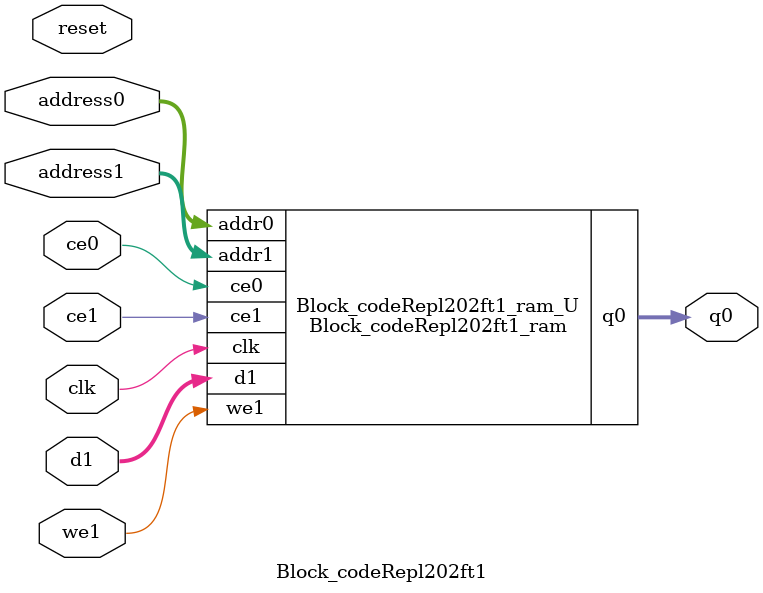
<source format=v>
`timescale 1 ns / 1 ps
module Block_codeRepl202ft1_ram (addr0, ce0, q0, addr1, ce1, d1, we1,  clk);

parameter DWIDTH = 5;
parameter AWIDTH = 5;
parameter MEM_SIZE = 22;

input[AWIDTH-1:0] addr0;
input ce0;
output reg[DWIDTH-1:0] q0;
input[AWIDTH-1:0] addr1;
input ce1;
input[DWIDTH-1:0] d1;
input we1;
input clk;

(* ram_style = "distributed" *)reg [DWIDTH-1:0] ram[0:MEM_SIZE-1];




always @(posedge clk)  
begin 
    if (ce0) begin
        q0 <= ram[addr0];
    end
end


always @(posedge clk)  
begin 
    if (ce1) begin
        if (we1) 
            ram[addr1] <= d1; 
    end
end


endmodule

`timescale 1 ns / 1 ps
module Block_codeRepl202ft1(
    reset,
    clk,
    address0,
    ce0,
    q0,
    address1,
    ce1,
    we1,
    d1);

parameter DataWidth = 32'd5;
parameter AddressRange = 32'd22;
parameter AddressWidth = 32'd5;
input reset;
input clk;
input[AddressWidth - 1:0] address0;
input ce0;
output[DataWidth - 1:0] q0;
input[AddressWidth - 1:0] address1;
input ce1;
input we1;
input[DataWidth - 1:0] d1;



Block_codeRepl202ft1_ram Block_codeRepl202ft1_ram_U(
    .clk( clk ),
    .addr0( address0 ),
    .ce0( ce0 ),
    .q0( q0 ),
    .addr1( address1 ),
    .ce1( ce1 ),
    .we1( we1 ),
    .d1( d1 ));

endmodule


</source>
